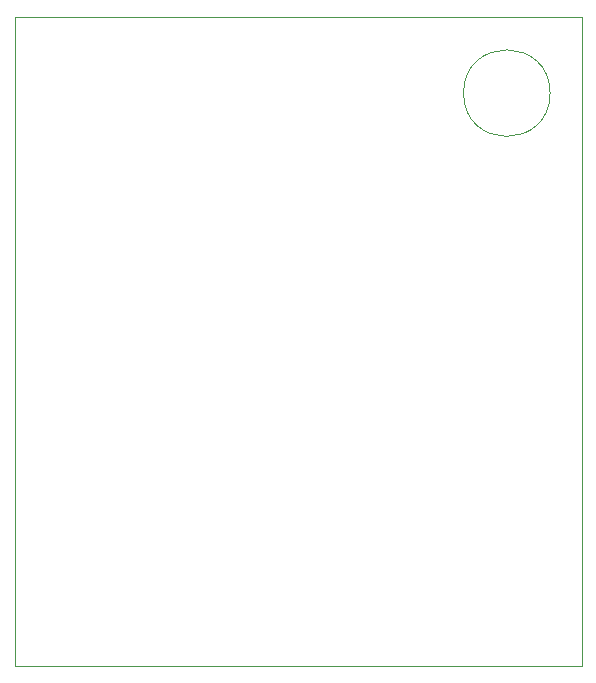
<source format=gbr>
%TF.GenerationSoftware,KiCad,Pcbnew,(6.0.10)*%
%TF.CreationDate,2023-02-17T09:15:48-08:00*%
%TF.ProjectId,Exercise II,45786572-6369-4736-9520-49492e6b6963,rev?*%
%TF.SameCoordinates,Original*%
%TF.FileFunction,Profile,NP*%
%FSLAX46Y46*%
G04 Gerber Fmt 4.6, Leading zero omitted, Abs format (unit mm)*
G04 Created by KiCad (PCBNEW (6.0.10)) date 2023-02-17 09:15:48*
%MOMM*%
%LPD*%
G01*
G04 APERTURE LIST*
%TA.AperFunction,Profile*%
%ADD10C,0.100000*%
%TD*%
G04 APERTURE END LIST*
D10*
X155303441Y-63627000D02*
G75*
G03*
X155303441Y-63627000I-3665441J0D01*
G01*
X109982000Y-57150000D02*
X157988000Y-57150000D01*
X157988000Y-57150000D02*
X157988000Y-112141000D01*
X157988000Y-112141000D02*
X109982000Y-112141000D01*
X109982000Y-112141000D02*
X109982000Y-57150000D01*
M02*

</source>
